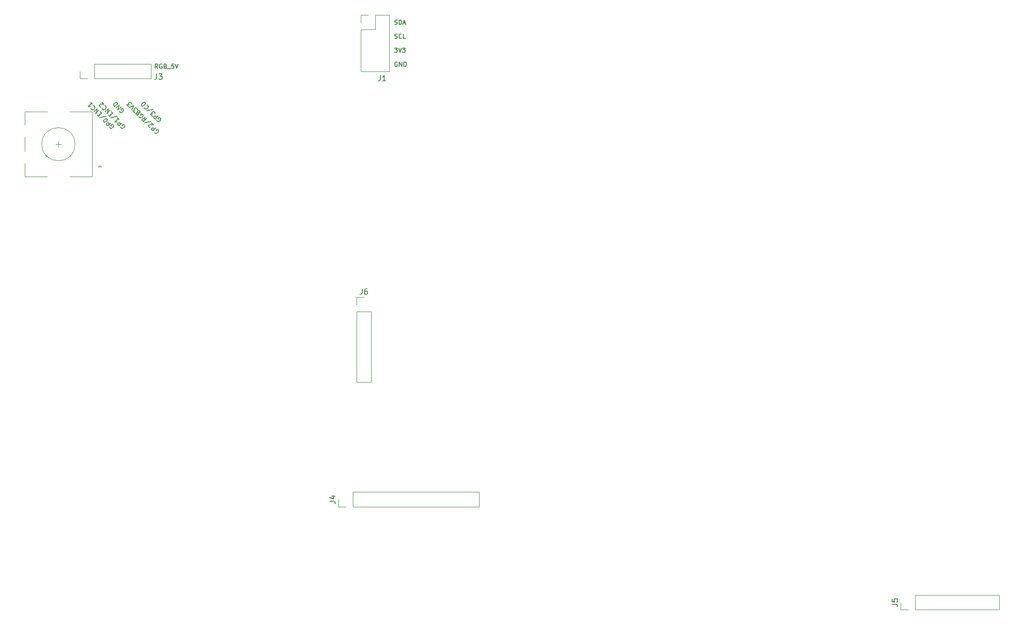
<source format=gto>
%TF.GenerationSoftware,KiCad,Pcbnew,(6.0.5)*%
%TF.CreationDate,2022-07-17T14:54:14-06:00*%
%TF.ProjectId,kb,6b622e6b-6963-4616-945f-706362585858,rev?*%
%TF.SameCoordinates,Original*%
%TF.FileFunction,Legend,Top*%
%TF.FilePolarity,Positive*%
%FSLAX46Y46*%
G04 Gerber Fmt 4.6, Leading zero omitted, Abs format (unit mm)*
G04 Created by KiCad (PCBNEW (6.0.5)) date 2022-07-17 14:54:14*
%MOMM*%
%LPD*%
G01*
G04 APERTURE LIST*
%ADD10C,0.150000*%
%ADD11C,0.120000*%
%ADD12C,3.987800*%
%ADD13C,1.750000*%
%ADD14C,3.000000*%
%ADD15R,1.700000X1.700000*%
%ADD16O,1.700000X1.700000*%
%ADD17O,3.200000X2.000000*%
%ADD18R,2.000000X2.000000*%
%ADD19C,2.000000*%
%ADD20C,3.048000*%
%ADD21C,1.950000*%
G04 APERTURE END LIST*
D10*
X93925023Y-51797000D02*
X93848833Y-51758904D01*
X93734547Y-51758904D01*
X93620261Y-51797000D01*
X93544071Y-51873190D01*
X93505976Y-51949380D01*
X93467880Y-52101761D01*
X93467880Y-52216047D01*
X93505976Y-52368428D01*
X93544071Y-52444619D01*
X93620261Y-52520809D01*
X93734547Y-52558904D01*
X93810738Y-52558904D01*
X93925023Y-52520809D01*
X93963119Y-52482714D01*
X93963119Y-52216047D01*
X93810738Y-52216047D01*
X94305976Y-52558904D02*
X94305976Y-51758904D01*
X94763119Y-52558904D01*
X94763119Y-51758904D01*
X95144071Y-52558904D02*
X95144071Y-51758904D01*
X95334547Y-51758904D01*
X95448833Y-51797000D01*
X95525023Y-51873190D01*
X95563119Y-51949380D01*
X95601214Y-52101761D01*
X95601214Y-52216047D01*
X95563119Y-52368428D01*
X95525023Y-52444619D01*
X95448833Y-52520809D01*
X95334547Y-52558904D01*
X95144071Y-52558904D01*
X93467880Y-44900809D02*
X93582166Y-44938904D01*
X93772642Y-44938904D01*
X93848833Y-44900809D01*
X93886928Y-44862714D01*
X93925023Y-44786523D01*
X93925023Y-44710333D01*
X93886928Y-44634142D01*
X93848833Y-44596047D01*
X93772642Y-44557952D01*
X93620261Y-44519857D01*
X93544071Y-44481761D01*
X93505976Y-44443666D01*
X93467880Y-44367476D01*
X93467880Y-44291285D01*
X93505976Y-44215095D01*
X93544071Y-44177000D01*
X93620261Y-44138904D01*
X93810738Y-44138904D01*
X93925023Y-44177000D01*
X94267880Y-44938904D02*
X94267880Y-44138904D01*
X94458357Y-44138904D01*
X94572642Y-44177000D01*
X94648833Y-44253190D01*
X94686928Y-44329380D01*
X94725023Y-44481761D01*
X94725023Y-44596047D01*
X94686928Y-44748428D01*
X94648833Y-44824619D01*
X94572642Y-44900809D01*
X94458357Y-44938904D01*
X94267880Y-44938904D01*
X95029785Y-44710333D02*
X95410738Y-44710333D01*
X94953595Y-44938904D02*
X95220261Y-44138904D01*
X95486928Y-44938904D01*
X93429785Y-49218904D02*
X93925023Y-49218904D01*
X93658357Y-49523666D01*
X93772642Y-49523666D01*
X93848833Y-49561761D01*
X93886928Y-49599857D01*
X93925023Y-49676047D01*
X93925023Y-49866523D01*
X93886928Y-49942714D01*
X93848833Y-49980809D01*
X93772642Y-50018904D01*
X93544071Y-50018904D01*
X93467880Y-49980809D01*
X93429785Y-49942714D01*
X94153595Y-49218904D02*
X94420261Y-50018904D01*
X94686928Y-49218904D01*
X94877404Y-49218904D02*
X95372642Y-49218904D01*
X95105976Y-49523666D01*
X95220261Y-49523666D01*
X95296452Y-49561761D01*
X95334547Y-49599857D01*
X95372642Y-49676047D01*
X95372642Y-49866523D01*
X95334547Y-49942714D01*
X95296452Y-49980809D01*
X95220261Y-50018904D01*
X94991690Y-50018904D01*
X94915500Y-49980809D01*
X94877404Y-49942714D01*
X50529119Y-52939904D02*
X50262452Y-52558952D01*
X50071976Y-52939904D02*
X50071976Y-52139904D01*
X50376738Y-52139904D01*
X50452928Y-52178000D01*
X50491023Y-52216095D01*
X50529119Y-52292285D01*
X50529119Y-52406571D01*
X50491023Y-52482761D01*
X50452928Y-52520857D01*
X50376738Y-52558952D01*
X50071976Y-52558952D01*
X51291023Y-52178000D02*
X51214833Y-52139904D01*
X51100547Y-52139904D01*
X50986261Y-52178000D01*
X50910071Y-52254190D01*
X50871976Y-52330380D01*
X50833880Y-52482761D01*
X50833880Y-52597047D01*
X50871976Y-52749428D01*
X50910071Y-52825619D01*
X50986261Y-52901809D01*
X51100547Y-52939904D01*
X51176738Y-52939904D01*
X51291023Y-52901809D01*
X51329119Y-52863714D01*
X51329119Y-52597047D01*
X51176738Y-52597047D01*
X51938642Y-52520857D02*
X52052928Y-52558952D01*
X52091023Y-52597047D01*
X52129119Y-52673238D01*
X52129119Y-52787523D01*
X52091023Y-52863714D01*
X52052928Y-52901809D01*
X51976738Y-52939904D01*
X51671976Y-52939904D01*
X51671976Y-52139904D01*
X51938642Y-52139904D01*
X52014833Y-52178000D01*
X52052928Y-52216095D01*
X52091023Y-52292285D01*
X52091023Y-52368476D01*
X52052928Y-52444666D01*
X52014833Y-52482761D01*
X51938642Y-52520857D01*
X51671976Y-52520857D01*
X52281500Y-53016095D02*
X52891023Y-53016095D01*
X53462452Y-52139904D02*
X53081500Y-52139904D01*
X53043404Y-52520857D01*
X53081500Y-52482761D01*
X53157690Y-52444666D01*
X53348166Y-52444666D01*
X53424357Y-52482761D01*
X53462452Y-52520857D01*
X53500547Y-52597047D01*
X53500547Y-52787523D01*
X53462452Y-52863714D01*
X53424357Y-52901809D01*
X53348166Y-52939904D01*
X53157690Y-52939904D01*
X53081500Y-52901809D01*
X53043404Y-52863714D01*
X53729119Y-52139904D02*
X53995785Y-52939904D01*
X54262452Y-52139904D01*
X93467880Y-47440809D02*
X93582166Y-47478904D01*
X93772642Y-47478904D01*
X93848833Y-47440809D01*
X93886928Y-47402714D01*
X93925023Y-47326523D01*
X93925023Y-47250333D01*
X93886928Y-47174142D01*
X93848833Y-47136047D01*
X93772642Y-47097952D01*
X93620261Y-47059857D01*
X93544071Y-47021761D01*
X93505976Y-46983666D01*
X93467880Y-46907476D01*
X93467880Y-46831285D01*
X93505976Y-46755095D01*
X93544071Y-46717000D01*
X93620261Y-46678904D01*
X93810738Y-46678904D01*
X93925023Y-46717000D01*
X94725023Y-47402714D02*
X94686928Y-47440809D01*
X94572642Y-47478904D01*
X94496452Y-47478904D01*
X94382166Y-47440809D01*
X94305976Y-47364619D01*
X94267880Y-47288428D01*
X94229785Y-47136047D01*
X94229785Y-47021761D01*
X94267880Y-46869380D01*
X94305976Y-46793190D01*
X94382166Y-46717000D01*
X94496452Y-46678904D01*
X94572642Y-46678904D01*
X94686928Y-46717000D01*
X94725023Y-46755095D01*
X95448833Y-47478904D02*
X95067880Y-47478904D01*
X95067880Y-46678904D01*
%TO.C,J6*%
X87550666Y-92880380D02*
X87550666Y-93594666D01*
X87503047Y-93737523D01*
X87407809Y-93832761D01*
X87264952Y-93880380D01*
X87169714Y-93880380D01*
X88455428Y-92880380D02*
X88264952Y-92880380D01*
X88169714Y-92928000D01*
X88122095Y-92975619D01*
X88026857Y-93118476D01*
X87979238Y-93308952D01*
X87979238Y-93689904D01*
X88026857Y-93785142D01*
X88074476Y-93832761D01*
X88169714Y-93880380D01*
X88360190Y-93880380D01*
X88455428Y-93832761D01*
X88503047Y-93785142D01*
X88550666Y-93689904D01*
X88550666Y-93451809D01*
X88503047Y-93356571D01*
X88455428Y-93308952D01*
X88360190Y-93261333D01*
X88169714Y-93261333D01*
X88074476Y-93308952D01*
X88026857Y-93356571D01*
X87979238Y-93451809D01*
%TO.C,J5*%
X183558380Y-150066333D02*
X184272666Y-150066333D01*
X184415523Y-150113952D01*
X184510761Y-150209190D01*
X184558380Y-150352047D01*
X184558380Y-150447285D01*
X183558380Y-149113952D02*
X183558380Y-149590142D01*
X184034571Y-149637761D01*
X183986952Y-149590142D01*
X183939333Y-149494904D01*
X183939333Y-149256809D01*
X183986952Y-149161571D01*
X184034571Y-149113952D01*
X184129809Y-149066333D01*
X184367904Y-149066333D01*
X184463142Y-149113952D01*
X184510761Y-149161571D01*
X184558380Y-149256809D01*
X184558380Y-149494904D01*
X184510761Y-149590142D01*
X184463142Y-149637761D01*
%TO.C,J3*%
X50339666Y-53935380D02*
X50339666Y-54649666D01*
X50292047Y-54792523D01*
X50196809Y-54887761D01*
X50053952Y-54935380D01*
X49958714Y-54935380D01*
X50720619Y-53935380D02*
X51339666Y-53935380D01*
X51006333Y-54316333D01*
X51149190Y-54316333D01*
X51244428Y-54363952D01*
X51292047Y-54411571D01*
X51339666Y-54506809D01*
X51339666Y-54744904D01*
X51292047Y-54840142D01*
X51244428Y-54887761D01*
X51149190Y-54935380D01*
X50863476Y-54935380D01*
X50768238Y-54887761D01*
X50720619Y-54840142D01*
%TO.C,J4*%
X81709380Y-131397333D02*
X82423666Y-131397333D01*
X82566523Y-131444952D01*
X82661761Y-131540190D01*
X82709380Y-131683047D01*
X82709380Y-131778285D01*
X82042714Y-130492571D02*
X82709380Y-130492571D01*
X81661761Y-130730666D02*
X82376047Y-130968761D01*
X82376047Y-130349714D01*
%TO.C,J1*%
X90852666Y-54189380D02*
X90852666Y-54903666D01*
X90805047Y-55046523D01*
X90709809Y-55141761D01*
X90566952Y-55189380D01*
X90471714Y-55189380D01*
X91852666Y-55189380D02*
X91281238Y-55189380D01*
X91566952Y-55189380D02*
X91566952Y-54189380D01*
X91471714Y-54332238D01*
X91376476Y-54427476D01*
X91281238Y-54475095D01*
%TO.C,U1*%
X43831710Y-63574395D02*
X43858647Y-63655208D01*
X43939459Y-63736020D01*
X44047209Y-63789895D01*
X44154959Y-63789895D01*
X44235771Y-63762957D01*
X44370458Y-63682145D01*
X44451270Y-63601333D01*
X44532082Y-63466646D01*
X44559020Y-63385833D01*
X44559020Y-63278084D01*
X44505145Y-63170334D01*
X44451270Y-63116459D01*
X44343520Y-63062585D01*
X44289646Y-63062585D01*
X44101084Y-63251146D01*
X44208833Y-63358896D01*
X44101084Y-62766273D02*
X43535398Y-63331959D01*
X43319899Y-63116459D01*
X43292962Y-63035647D01*
X43292962Y-62981772D01*
X43319899Y-62900960D01*
X43400711Y-62820148D01*
X43481524Y-62793211D01*
X43535398Y-62793211D01*
X43616211Y-62820148D01*
X43831710Y-63035647D01*
X43239087Y-61904276D02*
X43562336Y-62227525D01*
X43400711Y-62065901D02*
X42835026Y-62631586D01*
X42969713Y-62604649D01*
X43077463Y-62604649D01*
X43158275Y-62631586D01*
X41999967Y-61850402D02*
X43212150Y-61607965D01*
X42107716Y-61365528D02*
X41919154Y-61176967D01*
X42134654Y-60799843D02*
X42404028Y-61069217D01*
X41838342Y-61634902D01*
X41568968Y-61365528D01*
X41892217Y-60557406D02*
X41326532Y-61123092D01*
X41568968Y-60234158D01*
X41003283Y-60799843D01*
X40922471Y-59695410D02*
X40976345Y-59695410D01*
X41084095Y-59749284D01*
X41137970Y-59803159D01*
X41191845Y-59910909D01*
X41191845Y-60018658D01*
X41164907Y-60099471D01*
X41084095Y-60234158D01*
X41003283Y-60314970D01*
X40868596Y-60395782D01*
X40787784Y-60422719D01*
X40680034Y-60422719D01*
X40572284Y-60368845D01*
X40518410Y-60314970D01*
X40464535Y-60207220D01*
X40464535Y-60153345D01*
X40249036Y-59937846D02*
X40195161Y-59937846D01*
X40114349Y-59910909D01*
X39979662Y-59776222D01*
X39952724Y-59695410D01*
X39952724Y-59641535D01*
X39979662Y-59560723D01*
X40033536Y-59506848D01*
X40141286Y-59452973D01*
X40787784Y-59452973D01*
X40437597Y-59102787D01*
X43624095Y-60699780D02*
X43651032Y-60780593D01*
X43731845Y-60861405D01*
X43839594Y-60915280D01*
X43947344Y-60915280D01*
X44028156Y-60888342D01*
X44162843Y-60807530D01*
X44243655Y-60726718D01*
X44324467Y-60592031D01*
X44351405Y-60511219D01*
X44351405Y-60403469D01*
X44297530Y-60295719D01*
X44243655Y-60241845D01*
X44135906Y-60187970D01*
X44082031Y-60187970D01*
X43893469Y-60376532D01*
X44001219Y-60484281D01*
X43893469Y-59891658D02*
X43327784Y-60457344D01*
X43570220Y-59568410D01*
X43004535Y-60134095D01*
X43300846Y-59299036D02*
X42735161Y-59864721D01*
X42600474Y-59730034D01*
X42546599Y-59622284D01*
X42546599Y-59514535D01*
X42573536Y-59433723D01*
X42654349Y-59299036D01*
X42735161Y-59218223D01*
X42869848Y-59137411D01*
X42950660Y-59110474D01*
X43058410Y-59110474D01*
X43166159Y-59164349D01*
X43300846Y-59299036D01*
X49962269Y-64497954D02*
X49989206Y-64578766D01*
X50070018Y-64659578D01*
X50177768Y-64713453D01*
X50285517Y-64713453D01*
X50366330Y-64686516D01*
X50501017Y-64605704D01*
X50581829Y-64524891D01*
X50662641Y-64390204D01*
X50689578Y-64309392D01*
X50689578Y-64201643D01*
X50635704Y-64093893D01*
X50581829Y-64040018D01*
X50474079Y-63986143D01*
X50420204Y-63986143D01*
X50231643Y-64174705D01*
X50339392Y-64282455D01*
X50231643Y-63689832D02*
X49665957Y-64255517D01*
X49450458Y-64040018D01*
X49423520Y-63959206D01*
X49423520Y-63905331D01*
X49450458Y-63824519D01*
X49531270Y-63743707D01*
X49612082Y-63716769D01*
X49665957Y-63716769D01*
X49746769Y-63743707D01*
X49962269Y-63959206D01*
X49181084Y-63662895D02*
X49127209Y-63662895D01*
X49046397Y-63635957D01*
X48911710Y-63501270D01*
X48884772Y-63420458D01*
X48884772Y-63366583D01*
X48911710Y-63285771D01*
X48965585Y-63231896D01*
X49073334Y-63178021D01*
X49719832Y-63178021D01*
X49369646Y-62827835D01*
X48130525Y-62773960D02*
X49342708Y-62531524D01*
X48211337Y-61669527D02*
X48130525Y-62127463D01*
X48534586Y-61992776D02*
X47968901Y-62558461D01*
X47753402Y-62342962D01*
X47726464Y-62262150D01*
X47726464Y-62208275D01*
X47753402Y-62127463D01*
X47834214Y-62046650D01*
X47915026Y-62019713D01*
X47968901Y-62019713D01*
X48049713Y-62046650D01*
X48265212Y-62262150D01*
X47133841Y-61669527D02*
X47160779Y-61750339D01*
X47241591Y-61831151D01*
X47349341Y-61885026D01*
X47457090Y-61885026D01*
X47537902Y-61858089D01*
X47672589Y-61777276D01*
X47753402Y-61696464D01*
X47834214Y-61561777D01*
X47861151Y-61480965D01*
X47861151Y-61373215D01*
X47807276Y-61265466D01*
X47753402Y-61211591D01*
X47645652Y-61157716D01*
X47591777Y-61157716D01*
X47403215Y-61346278D01*
X47510965Y-61454028D01*
X46918342Y-60969154D02*
X46864467Y-60861405D01*
X46864467Y-60807530D01*
X46891405Y-60726718D01*
X46972217Y-60645906D01*
X47053029Y-60618968D01*
X47106904Y-60618968D01*
X47187716Y-60645906D01*
X47403215Y-60861405D01*
X46837530Y-61427090D01*
X46648968Y-61238528D01*
X46622031Y-61157716D01*
X46622031Y-61103841D01*
X46648968Y-61023029D01*
X46702843Y-60969154D01*
X46783655Y-60942217D01*
X46837530Y-60942217D01*
X46918342Y-60969154D01*
X47106904Y-61157716D01*
X46325719Y-60915280D02*
X45975533Y-60565093D01*
X46379594Y-60538156D01*
X46298782Y-60457344D01*
X46271845Y-60376532D01*
X46271845Y-60322657D01*
X46298782Y-60241845D01*
X46433469Y-60107158D01*
X46514281Y-60080220D01*
X46568156Y-60080220D01*
X46648968Y-60107158D01*
X46810593Y-60268782D01*
X46837530Y-60349594D01*
X46837530Y-60403469D01*
X45813909Y-60403469D02*
X46191032Y-59649222D01*
X45436785Y-60026345D01*
X45302098Y-59891658D02*
X44951912Y-59541472D01*
X45355973Y-59514535D01*
X45275161Y-59433723D01*
X45248223Y-59352910D01*
X45248223Y-59299036D01*
X45275161Y-59218223D01*
X45409848Y-59083536D01*
X45490660Y-59056599D01*
X45544535Y-59056599D01*
X45625347Y-59083536D01*
X45786971Y-59245161D01*
X45813909Y-59325973D01*
X45813909Y-59379848D01*
X50347276Y-62342962D02*
X50374214Y-62423774D01*
X50455026Y-62504586D01*
X50562776Y-62558461D01*
X50670525Y-62558461D01*
X50751337Y-62531524D01*
X50886024Y-62450711D01*
X50966837Y-62369899D01*
X51047649Y-62235212D01*
X51074586Y-62154400D01*
X51074586Y-62046650D01*
X51020711Y-61938901D01*
X50966837Y-61885026D01*
X50859087Y-61831151D01*
X50805212Y-61831151D01*
X50616650Y-62019713D01*
X50724400Y-62127463D01*
X50616650Y-61534840D02*
X50050965Y-62100525D01*
X49835466Y-61885026D01*
X49808528Y-61804214D01*
X49808528Y-61750339D01*
X49835466Y-61669527D01*
X49916278Y-61588715D01*
X49997090Y-61561777D01*
X50050965Y-61561777D01*
X50131777Y-61588715D01*
X50347276Y-61804214D01*
X49539154Y-61588715D02*
X49188968Y-61238528D01*
X49593029Y-61211591D01*
X49512217Y-61130779D01*
X49485280Y-61049967D01*
X49485280Y-60996092D01*
X49512217Y-60915280D01*
X49646904Y-60780593D01*
X49727716Y-60753655D01*
X49781591Y-60753655D01*
X49862403Y-60780593D01*
X50024028Y-60942217D01*
X50050965Y-61023029D01*
X50050965Y-61076904D01*
X48515533Y-60618968D02*
X49727716Y-60376532D01*
X48542471Y-59568410D02*
X48596345Y-59568410D01*
X48704095Y-59622284D01*
X48757970Y-59676159D01*
X48811845Y-59783909D01*
X48811845Y-59891658D01*
X48784907Y-59972471D01*
X48704095Y-60107158D01*
X48623283Y-60187970D01*
X48488596Y-60268782D01*
X48407784Y-60295719D01*
X48300034Y-60295719D01*
X48192284Y-60241845D01*
X48138410Y-60187970D01*
X48084535Y-60080220D01*
X48084535Y-60026345D01*
X47680474Y-59730034D02*
X47626599Y-59676159D01*
X47599662Y-59595347D01*
X47599662Y-59541472D01*
X47626599Y-59460660D01*
X47707411Y-59325973D01*
X47842098Y-59191286D01*
X47976785Y-59110474D01*
X48057597Y-59083536D01*
X48111472Y-59083536D01*
X48192284Y-59110474D01*
X48246159Y-59164349D01*
X48273097Y-59245161D01*
X48273097Y-59299036D01*
X48246159Y-59379848D01*
X48165347Y-59514535D01*
X48030660Y-59649222D01*
X47895973Y-59730034D01*
X47815161Y-59756971D01*
X47761286Y-59756971D01*
X47680474Y-59730034D01*
X41799710Y-63574395D02*
X41826647Y-63655208D01*
X41907459Y-63736020D01*
X42015209Y-63789895D01*
X42122959Y-63789895D01*
X42203771Y-63762957D01*
X42338458Y-63682145D01*
X42419270Y-63601333D01*
X42500082Y-63466646D01*
X42527020Y-63385833D01*
X42527020Y-63278084D01*
X42473145Y-63170334D01*
X42419270Y-63116459D01*
X42311520Y-63062585D01*
X42257646Y-63062585D01*
X42069084Y-63251146D01*
X42176833Y-63358896D01*
X42069084Y-62766273D02*
X41503398Y-63331959D01*
X41287899Y-63116459D01*
X41260962Y-63035647D01*
X41260962Y-62981772D01*
X41287899Y-62900960D01*
X41368711Y-62820148D01*
X41449524Y-62793211D01*
X41503398Y-62793211D01*
X41584211Y-62820148D01*
X41799710Y-63035647D01*
X40829963Y-62658524D02*
X40776089Y-62604649D01*
X40749151Y-62523837D01*
X40749151Y-62469962D01*
X40776089Y-62389150D01*
X40856901Y-62254463D01*
X40991588Y-62119776D01*
X41126275Y-62038963D01*
X41207087Y-62012026D01*
X41260962Y-62012026D01*
X41341774Y-62038963D01*
X41395649Y-62092838D01*
X41422586Y-62173650D01*
X41422586Y-62227525D01*
X41395649Y-62308337D01*
X41314837Y-62443024D01*
X41180150Y-62577711D01*
X41045463Y-62658524D01*
X40964650Y-62685461D01*
X40910776Y-62685461D01*
X40829963Y-62658524D01*
X39967967Y-61850402D02*
X41180150Y-61607965D01*
X40075716Y-61365528D02*
X39887154Y-61176967D01*
X40102654Y-60799843D02*
X40372028Y-61069217D01*
X39806342Y-61634902D01*
X39536968Y-61365528D01*
X39860217Y-60557406D02*
X39294532Y-61123092D01*
X39536968Y-60234158D01*
X38971283Y-60799843D01*
X38890471Y-59695410D02*
X38944345Y-59695410D01*
X39052095Y-59749284D01*
X39105970Y-59803159D01*
X39159845Y-59910909D01*
X39159845Y-60018658D01*
X39132907Y-60099471D01*
X39052095Y-60234158D01*
X38971283Y-60314970D01*
X38836596Y-60395782D01*
X38755784Y-60422719D01*
X38648034Y-60422719D01*
X38540284Y-60368845D01*
X38486410Y-60314970D01*
X38432535Y-60207220D01*
X38432535Y-60153345D01*
X38405597Y-59102787D02*
X38728846Y-59426036D01*
X38567222Y-59264411D02*
X38001536Y-59830097D01*
X38136223Y-59803159D01*
X38243973Y-59803159D01*
X38324785Y-59830097D01*
D11*
%TO.C,J6*%
X86554000Y-97028000D02*
X89214000Y-97028000D01*
X89214000Y-97028000D02*
X89214000Y-109788000D01*
X86554000Y-94428000D02*
X87884000Y-94428000D01*
X86554000Y-95758000D02*
X86554000Y-94428000D01*
X86554000Y-97028000D02*
X86554000Y-109788000D01*
X86554000Y-109788000D02*
X89214000Y-109788000D01*
%TO.C,SW1*%
X39743750Y-70775000D02*
X40043750Y-70475000D01*
X32543750Y-67175000D02*
X32543750Y-66175000D01*
X26443750Y-60775000D02*
X30543750Y-60775000D01*
X34543750Y-72575000D02*
X38643750Y-72575000D01*
X38643750Y-72575000D02*
X38643750Y-60775000D01*
X26443750Y-63175000D02*
X26443750Y-60775000D01*
X26443750Y-72575000D02*
X26443750Y-70175000D01*
X40043750Y-70475000D02*
X40343750Y-70775000D01*
X30543750Y-72575000D02*
X26443750Y-72575000D01*
X40343750Y-70775000D02*
X39743750Y-70775000D01*
X33043750Y-66675000D02*
X32043750Y-66675000D01*
X26443750Y-67975000D02*
X26443750Y-65375000D01*
X34543750Y-60775000D02*
X38643750Y-60775000D01*
X35543750Y-66675000D02*
G75*
G03*
X35543750Y-66675000I-3000000J0D01*
G01*
%TO.C,J5*%
X185106000Y-151063000D02*
X185106000Y-149733000D01*
X187706000Y-151063000D02*
X187706000Y-148403000D01*
X186436000Y-151063000D02*
X185106000Y-151063000D01*
X203006000Y-151063000D02*
X203006000Y-148403000D01*
X187706000Y-151063000D02*
X203006000Y-151063000D01*
X187706000Y-148403000D02*
X203006000Y-148403000D01*
%TO.C,J3*%
X36452500Y-54797000D02*
X36452500Y-53467000D01*
X39052500Y-52137000D02*
X49272500Y-52137000D01*
X39052500Y-54797000D02*
X39052500Y-52137000D01*
X39052500Y-54797000D02*
X49272500Y-54797000D01*
X49272500Y-54797000D02*
X49272500Y-52137000D01*
X37782500Y-54797000D02*
X36452500Y-54797000D01*
%TO.C,J4*%
X108777000Y-132394000D02*
X108777000Y-129734000D01*
X84587000Y-132394000D02*
X83257000Y-132394000D01*
X85857000Y-132394000D02*
X108777000Y-132394000D01*
X83257000Y-132394000D02*
X83257000Y-131064000D01*
X85857000Y-129734000D02*
X108777000Y-129734000D01*
X85857000Y-132394000D02*
X85857000Y-129734000D01*
%TO.C,J1*%
X89916000Y-45847000D02*
X89916000Y-43247000D01*
X89916000Y-43247000D02*
X92516000Y-43247000D01*
X87316000Y-45847000D02*
X87316000Y-53527000D01*
X87316000Y-44577000D02*
X87316000Y-43247000D01*
X87316000Y-43247000D02*
X88646000Y-43247000D01*
X92516000Y-43247000D02*
X92516000Y-53527000D01*
X87316000Y-53527000D02*
X92516000Y-53527000D01*
X87316000Y-45847000D02*
X89916000Y-45847000D01*
%TD*%
%LPC*%
D12*
%TO.C,MX22*%
X132556250Y-109537500D03*
D13*
X127476250Y-109537500D03*
D14*
X135096250Y-104457500D03*
D13*
X137636250Y-109537500D03*
D14*
X128746250Y-106997500D03*
%TD*%
D13*
%TO.C,MX14*%
X141763750Y-90487500D03*
X151923750Y-90487500D03*
D12*
X146843750Y-90487500D03*
D14*
X143033750Y-87947500D03*
X149383750Y-85407500D03*
%TD*%
D13*
%TO.C,MX2*%
X80486250Y-66675000D03*
D14*
X71596250Y-64135000D03*
D13*
X70326250Y-66675000D03*
D12*
X75406250Y-66675000D03*
D14*
X77946250Y-61595000D03*
%TD*%
D15*
%TO.C,J6*%
X87884000Y-95758000D03*
D16*
X87884000Y-98298000D03*
X87884000Y-100838000D03*
X87884000Y-103378000D03*
X87884000Y-105918000D03*
X87884000Y-108458000D03*
%TD*%
D13*
%TO.C,MX24*%
X175736250Y-109537500D03*
D12*
X170656250Y-109537500D03*
D13*
X165576250Y-109537500D03*
D14*
X166846250Y-106997500D03*
X173196250Y-104457500D03*
%TD*%
D17*
%TO.C,SW1*%
X32543750Y-61075000D03*
X32543750Y-72275000D03*
D18*
X40043750Y-69175000D03*
D19*
X40043750Y-64175000D03*
X40043750Y-66675000D03*
X25543750Y-64175000D03*
X25543750Y-69175000D03*
%TD*%
D13*
%TO.C,MX34*%
X204311250Y-128587500D03*
D14*
X201771250Y-123507500D03*
D12*
X199231250Y-128587500D03*
D13*
X194151250Y-128587500D03*
D14*
X195421250Y-126047500D03*
%TD*%
D15*
%TO.C,J5*%
X186436000Y-149733000D03*
D16*
X188976000Y-149733000D03*
X191516000Y-149733000D03*
X194056000Y-149733000D03*
X196596000Y-149733000D03*
X199136000Y-149733000D03*
X201676000Y-149733000D03*
%TD*%
D14*
%TO.C,MX15*%
X168433750Y-85407500D03*
D13*
X170973750Y-90487500D03*
X160813750Y-90487500D03*
D14*
X162083750Y-87947500D03*
D12*
X165893750Y-90487500D03*
%TD*%
D13*
%TO.C,MX43*%
X213836250Y-147637500D03*
D20*
X220694250Y-154622500D03*
X196818250Y-154622500D03*
D14*
X204946250Y-145097500D03*
D12*
X220694250Y-139382500D03*
D14*
X211296250Y-142557500D03*
D12*
X196818250Y-139382500D03*
D13*
X203676250Y-147637500D03*
D12*
X208756250Y-147637500D03*
%TD*%
D13*
%TO.C,MX18*%
X32226250Y-109537500D03*
D14*
X39846250Y-104457500D03*
X33496250Y-106997500D03*
D13*
X42386250Y-109537500D03*
D12*
X37306250Y-109537500D03*
%TD*%
D13*
%TO.C,MX7*%
X180498750Y-71437500D03*
X170338750Y-71437500D03*
D12*
X175418750Y-71437500D03*
D14*
X177958750Y-66357500D03*
X171608750Y-68897500D03*
%TD*%
D15*
%TO.C,J3*%
X37782500Y-53467000D03*
D16*
X40322500Y-53467000D03*
X42862500Y-53467000D03*
X45402500Y-53467000D03*
X47942500Y-53467000D03*
%TD*%
D14*
%TO.C,MX26*%
X211296250Y-104457500D03*
D13*
X213836250Y-109537500D03*
D12*
X208756250Y-109537500D03*
D14*
X204946250Y-106997500D03*
D13*
X203676250Y-109537500D03*
%TD*%
%TO.C,MX10*%
X61436250Y-90487500D03*
D14*
X58896250Y-85407500D03*
X52546250Y-87947500D03*
D12*
X56356250Y-90487500D03*
D13*
X51276250Y-90487500D03*
%TD*%
%TO.C,MX11*%
X80486250Y-90487500D03*
X70326250Y-90487500D03*
D14*
X71596250Y-87947500D03*
X77946250Y-85407500D03*
D12*
X75406250Y-90487500D03*
%TD*%
D13*
%TO.C,MX27*%
X32226250Y-128587500D03*
D14*
X33496250Y-126047500D03*
X39846250Y-123507500D03*
D13*
X42386250Y-128587500D03*
D12*
X37306250Y-128587500D03*
%TD*%
D13*
%TO.C,MX25*%
X194786250Y-109537500D03*
D14*
X192246250Y-104457500D03*
D13*
X184626250Y-109537500D03*
D12*
X189706250Y-109537500D03*
D14*
X185896250Y-106997500D03*
%TD*%
%TO.C,MX21*%
X110172500Y-112077500D03*
X103822500Y-114617500D03*
D13*
X111442500Y-109537500D03*
D12*
X106362500Y-109537500D03*
D13*
X101282500Y-109537500D03*
%TD*%
%TO.C,MX37*%
X61436250Y-147637500D03*
X51276250Y-147637500D03*
D14*
X52546250Y-145097500D03*
X58896250Y-142557500D03*
D12*
X56356250Y-147637500D03*
%TD*%
D13*
%TO.C,MX13*%
X132873750Y-90487500D03*
X122713750Y-90487500D03*
D14*
X130333750Y-85407500D03*
X123983750Y-87947500D03*
D12*
X127793750Y-90487500D03*
%TD*%
D14*
%TO.C,MX35*%
X214471250Y-126047500D03*
X220821250Y-123507500D03*
D13*
X213201250Y-128587500D03*
D12*
X218281250Y-128587500D03*
D13*
X223361250Y-128587500D03*
%TD*%
D14*
%TO.C,MX28*%
X58896250Y-123507500D03*
D13*
X51276250Y-128587500D03*
X61436250Y-128587500D03*
D12*
X56356250Y-128587500D03*
D14*
X52546250Y-126047500D03*
%TD*%
D13*
%TO.C,MX21_1*%
X106680000Y-109537500D03*
D12*
X101600000Y-109537500D03*
D14*
X104140000Y-104457500D03*
X97790000Y-106997500D03*
D13*
X96520000Y-109537500D03*
%TD*%
D14*
%TO.C,MX3*%
X101758750Y-66357500D03*
D13*
X94138750Y-71437500D03*
D12*
X99218750Y-71437500D03*
D14*
X95408750Y-68897500D03*
D13*
X104298750Y-71437500D03*
%TD*%
D15*
%TO.C,J4*%
X84587000Y-131064000D03*
D16*
X87127000Y-131064000D03*
X89667000Y-131064000D03*
X92207000Y-131064000D03*
X94747000Y-131064000D03*
X97287000Y-131064000D03*
X99827000Y-131064000D03*
X102367000Y-131064000D03*
X104907000Y-131064000D03*
X107447000Y-131064000D03*
%TD*%
D14*
%TO.C,MX9*%
X39846250Y-85407500D03*
X33496250Y-87947500D03*
D12*
X37306250Y-90487500D03*
D13*
X42386250Y-90487500D03*
X32226250Y-90487500D03*
%TD*%
D14*
%TO.C,MX1*%
X58896250Y-61595000D03*
D13*
X61436250Y-66675000D03*
D14*
X52546250Y-64135000D03*
D13*
X51276250Y-66675000D03*
D12*
X56356250Y-66675000D03*
%TD*%
D14*
%TO.C,MX32*%
X163671250Y-123507500D03*
X157321250Y-126047500D03*
D12*
X161131250Y-128587500D03*
D13*
X156051250Y-128587500D03*
X166211250Y-128587500D03*
%TD*%
D12*
%TO.C,MX40*%
X130175000Y-147637500D03*
D13*
X125095000Y-147637500D03*
D14*
X132715000Y-142557500D03*
D13*
X135255000Y-147637500D03*
D14*
X126365000Y-145097500D03*
%TD*%
%TO.C,MX5*%
X133508750Y-68897500D03*
D12*
X137318750Y-71437500D03*
D14*
X139858750Y-66357500D03*
D13*
X132238750Y-71437500D03*
X142398750Y-71437500D03*
%TD*%
%TO.C,MX39*%
X98901250Y-147637500D03*
D12*
X103981250Y-147637500D03*
D13*
X109061250Y-147637500D03*
D14*
X100171250Y-145097500D03*
X106521250Y-142557500D03*
%TD*%
D13*
%TO.C,MX16*%
X190023750Y-90487500D03*
D12*
X184943750Y-90487500D03*
D14*
X187483750Y-85407500D03*
D13*
X179863750Y-90487500D03*
D14*
X181133750Y-87947500D03*
%TD*%
D13*
%TO.C,MX38*%
X70326250Y-147637500D03*
D12*
X75406250Y-147637500D03*
D13*
X80486250Y-147637500D03*
D14*
X71596250Y-145097500D03*
X77946250Y-142557500D03*
%TD*%
%TO.C,MX31*%
X138271250Y-126047500D03*
D13*
X147161250Y-128587500D03*
X137001250Y-128587500D03*
D14*
X144621250Y-123507500D03*
D12*
X142081250Y-128587500D03*
%TD*%
D13*
%TO.C,MX8*%
X199548750Y-71437500D03*
D12*
X194468750Y-71437500D03*
D13*
X189388750Y-71437500D03*
D14*
X197008750Y-66357500D03*
X190658750Y-68897500D03*
%TD*%
%TO.C,MX41*%
X156527500Y-142557500D03*
D12*
X153987500Y-147637500D03*
D13*
X159067500Y-147637500D03*
X148907500Y-147637500D03*
D14*
X150177500Y-145097500D03*
%TD*%
%TO.C,MX20*%
X71596250Y-106997500D03*
D13*
X70326250Y-109537500D03*
D14*
X77946250Y-104457500D03*
D12*
X75406250Y-109537500D03*
D13*
X80486250Y-109537500D03*
%TD*%
%TO.C,MX17*%
X209073750Y-90487500D03*
D12*
X203993750Y-90487500D03*
D13*
X198913750Y-90487500D03*
D14*
X200183750Y-87947500D03*
X206533750Y-85407500D03*
%TD*%
%TO.C,MX4*%
X114458750Y-68897500D03*
D13*
X123348750Y-71437500D03*
D12*
X118268750Y-71437500D03*
D14*
X120808750Y-66357500D03*
D13*
X113188750Y-71437500D03*
%TD*%
%TO.C,MX42*%
X172720000Y-147637500D03*
X182880000Y-147637500D03*
D14*
X173990000Y-145097500D03*
D12*
X177800000Y-147637500D03*
D14*
X180340000Y-142557500D03*
%TD*%
D15*
%TO.C,J1*%
X88646000Y-44577000D03*
D16*
X91186000Y-44577000D03*
X88646000Y-47117000D03*
X91186000Y-47117000D03*
X88646000Y-49657000D03*
X91186000Y-49657000D03*
X88646000Y-52197000D03*
X91186000Y-52197000D03*
%TD*%
D13*
%TO.C,MX23*%
X156686250Y-109537500D03*
D12*
X151606250Y-109537500D03*
D13*
X146526250Y-109537500D03*
D14*
X147796250Y-106997500D03*
X154146250Y-104457500D03*
%TD*%
%TO.C,MX33*%
X182721250Y-123507500D03*
D13*
X185261250Y-128587500D03*
X175101250Y-128587500D03*
D12*
X180181250Y-128587500D03*
D14*
X176371250Y-126047500D03*
%TD*%
%TO.C,MX36*%
X39846250Y-142557500D03*
X33496250Y-145097500D03*
D13*
X42386250Y-147637500D03*
X32226250Y-147637500D03*
D12*
X37306250Y-147637500D03*
%TD*%
D13*
%TO.C,MX12*%
X109061250Y-90487500D03*
D12*
X103981250Y-90487500D03*
D14*
X106521250Y-85407500D03*
D13*
X98901250Y-90487500D03*
D14*
X100171250Y-87947500D03*
%TD*%
D13*
%TO.C,MX30*%
X116205000Y-128587500D03*
D12*
X111125000Y-128587500D03*
X123063000Y-136842500D03*
D20*
X123063000Y-121602500D03*
D12*
X99187000Y-136842500D03*
D14*
X113665000Y-123507500D03*
X107315000Y-126047500D03*
D20*
X99187000Y-121602500D03*
D13*
X106045000Y-128587500D03*
%TD*%
D12*
%TO.C,MX29*%
X75406250Y-128587500D03*
D14*
X71596250Y-126047500D03*
D13*
X80486250Y-128587500D03*
X70326250Y-128587500D03*
D14*
X77946250Y-123507500D03*
%TD*%
D12*
%TO.C,MX19*%
X56356250Y-109537500D03*
D13*
X61436250Y-109537500D03*
X51276250Y-109537500D03*
D14*
X52546250Y-106997500D03*
X58896250Y-104457500D03*
%TD*%
D13*
%TO.C,MX6*%
X151288750Y-71437500D03*
D14*
X152558750Y-68897500D03*
D13*
X161448750Y-71437500D03*
D14*
X158908750Y-66357500D03*
D12*
X156368750Y-71437500D03*
%TD*%
D14*
%TO.C,MX44*%
X216058750Y-66357500D03*
D12*
X213518750Y-71437500D03*
D14*
X209708750Y-68897500D03*
D13*
X218598750Y-71437500D03*
X208438750Y-71437500D03*
%TD*%
D16*
%TO.C,U1*%
X37782500Y-57785000D03*
X40322500Y-57785000D03*
D15*
X42862500Y-57785000D03*
D16*
X45402500Y-57785000D03*
X47942500Y-57785000D03*
X50482500Y-57785000D03*
X53022500Y-57785000D03*
D15*
X55562500Y-57785000D03*
D16*
X58102500Y-57785000D03*
X60642500Y-57785000D03*
X63182500Y-57785000D03*
X65722500Y-57785000D03*
D15*
X68262500Y-57785000D03*
D16*
X70802500Y-57785000D03*
X73342500Y-57785000D03*
X75882500Y-57785000D03*
X78422500Y-57785000D03*
D15*
X80962500Y-57785000D03*
D16*
X83502500Y-57785000D03*
X86042500Y-57785000D03*
X86042500Y-75565000D03*
X83502500Y-75565000D03*
D15*
X80962500Y-75565000D03*
D16*
X78422500Y-75565000D03*
X75882500Y-75565000D03*
X73342500Y-75565000D03*
X70802500Y-75565000D03*
D15*
X68262500Y-75565000D03*
D16*
X65722500Y-75565000D03*
X63182500Y-75565000D03*
X60642500Y-75565000D03*
X58102500Y-75565000D03*
D15*
X55562500Y-75565000D03*
D16*
X53022500Y-75565000D03*
X50482500Y-75565000D03*
X47942500Y-75565000D03*
X45402500Y-75565000D03*
D15*
X42862500Y-75565000D03*
D16*
X40322500Y-75565000D03*
X37782500Y-75565000D03*
%TD*%
D21*
%TO.C,J2*%
X101240750Y-59637500D03*
X101240750Y-45137500D03*
X106140750Y-44537500D03*
X106140750Y-60237500D03*
%TD*%
M02*

</source>
